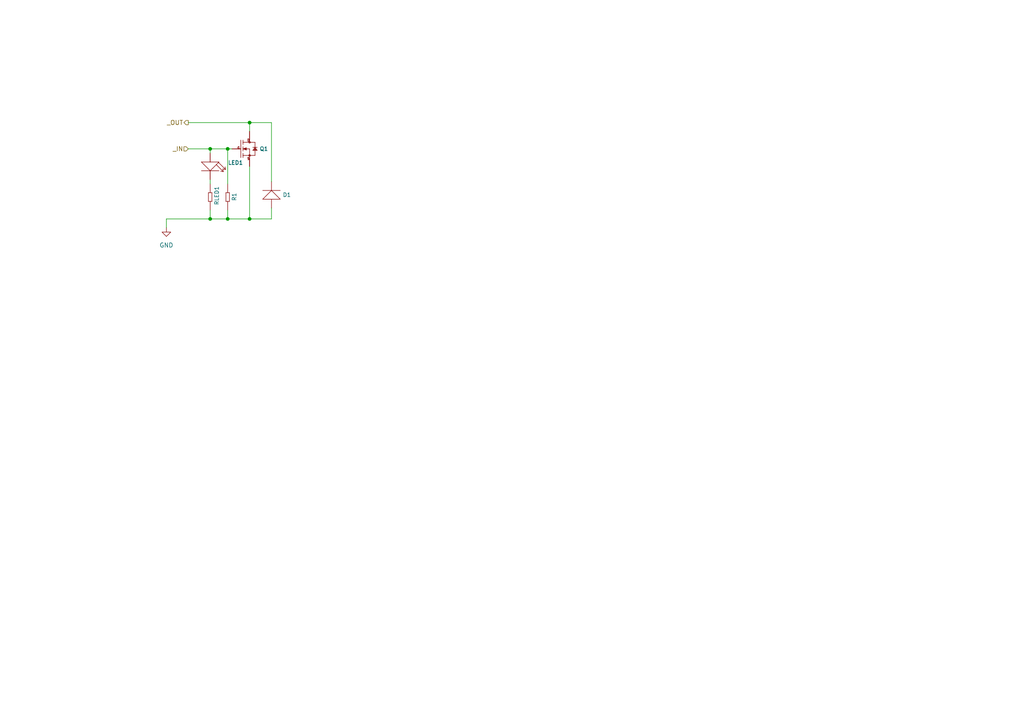
<source format=kicad_sch>
(kicad_sch (version 20231120) (generator "eeschema") (generator_version "8.0")
  (paper "A4")
  (lib_symbols
    (symbol "ULN2803-Mosfet-S2-Mini-rescue:SMD-DIODE-SCHOTTKY-20V-1A_SOD-123_-OPL_Discrete" (pin_numbers hide) (pin_names (offset 1.016) hide)
      (property "Reference" "D" (at -3.81 2.54 0))
      (property "Value" "OPL_Discrete_SMD-DIODE-SCHOTTKY-20V-1A_SOD-123_" (at -3.81 -3.81 0))
      (symbol "SMD-DIODE-SCHOTTKY-20V-1A_SOD-123_-OPL_Discrete_1_0"
        (polyline (pts (xy -1.27 -2.54) (xy -1.27 2.54)))
        (polyline (pts (xy -1.27 -2.54) (xy 1.27 0)))
        (polyline (pts (xy -1.27 2.54) (xy 1.27 0)))
        (polyline (pts (xy 1.27 2.54) (xy 1.27 -2.54)))
      )
      (symbol "SMD-DIODE-SCHOTTKY-20V-1A_SOD-123_-OPL_Discrete_1_1"
        (pin passive line (at -3.81 0 0) (length 2.54) (name "+") (number "1"))
        (pin passive line (at 3.81 0 180) (length 2.54) (name "-") (number "2"))
      )
    )
    (symbol "ULN2803-Mosfet-S2-Mini-rescue:SMD-LED-CLEAR-RED_0805_-OPL_Opto" (pin_numbers hide) (pin_names (offset 1.016) hide)
      (property "Reference" "D" (at -7.62 1.27 0))
      (property "Value" "OPL_Opto_SMD-LED-CLEAR-RED_0805_" (at -5.08 -5.08 0))
      (symbol "SMD-LED-CLEAR-RED_0805_-OPL_Opto_1_0"
        (polyline (pts (xy -1.27 -2.54) (xy -1.27 2.54)))
        (polyline (pts (xy -1.27 2.54) (xy -1.143 2.413)))
        (polyline (pts (xy -1.143 2.413) (xy -0.508 1.778)))
        (polyline (pts (xy -1.143 2.413) (xy 0.889 4.445)))
        (polyline (pts (xy -0.508 1.778) (xy 1.27 0)))
        (polyline (pts (xy -0.508 1.778) (xy 1.524 3.81)))
        (polyline (pts (xy 0.889 4.445) (xy 0.127 4.318)))
        (polyline (pts (xy 0.889 4.445) (xy 0.762 3.683)))
        (polyline (pts (xy 1.27 0) (xy -1.27 -2.54)))
        (polyline (pts (xy 1.27 2.54) (xy 1.27 -2.54)))
        (polyline (pts (xy 1.524 3.81) (xy 0.762 3.683)))
        (polyline (pts (xy 1.524 3.81) (xy 1.397 3.048)))
      )
      (symbol "SMD-LED-CLEAR-RED_0805_-OPL_Opto_1_1"
        (pin passive line (at -3.81 0 0) (length 2.54) (name "+") (number "1"))
        (pin passive line (at 3.81 0 180) (length 2.54) (name "-") (number "2"))
      )
    )
    (symbol "ULN2803-Mosfet-S2-Mini-rescue:SMD-MOSFET-N-CH-20V-2.1A-CJ2302_SOT-23_-OPL_Discrete" (pin_numbers hide) (pin_names (offset 1.016) hide)
      (property "Reference" "Q" (at -3.81 2.54 0))
      (property "Value" "OPL_Discrete_SMD-MOSFET-N-CH-20V-2.1A-CJ2302_SOT-23_" (at 0 2.54 0))
      (symbol "SMD-MOSFET-N-CH-20V-2.1A-CJ2302_SOT-23_-OPL_Discrete_1_0"
        (polyline (pts (xy -2.54 2.54) (xy -2.54 -2.54)))
        (polyline (pts (xy -1.905 -2.54) (xy -1.905 -1.905)))
        (polyline (pts (xy -1.905 -1.905) (xy -1.905 -1.27)))
        (polyline (pts (xy -1.905 -1.905) (xy 0 -1.905)))
        (polyline (pts (xy -1.905 0) (xy -1.905 -0.635)))
        (polyline (pts (xy -1.905 0) (xy -0.9398 -0.3048)))
        (polyline (pts (xy -1.905 0) (xy -0.9398 0.3048)))
        (polyline (pts (xy -1.905 0.635) (xy -1.905 0)))
        (polyline (pts (xy -1.905 1.905) (xy -1.905 1.27)))
        (polyline (pts (xy -1.905 1.905) (xy 0 1.905)))
        (polyline (pts (xy -1.905 2.54) (xy -1.905 1.905)))
        (polyline (pts (xy -1.5748 0) (xy -0.9398 -0.3048)))
        (polyline (pts (xy -0.9398 -0.3048) (xy -1.397 0.127)))
        (polyline (pts (xy -0.9398 -0.3048) (xy -0.9398 0.3048)))
        (polyline (pts (xy -0.9398 0.3048) (xy -1.5748 0)))
        (polyline (pts (xy 0 -1.905) (xy 0 -2.54)))
        (polyline (pts (xy 0 0) (xy -1.5748 0)))
        (polyline (pts (xy 0 0) (xy 0 -1.905)))
        (polyline (pts (xy 0 1.905) (xy 1.5748 1.905)))
        (polyline (pts (xy 0 2.54) (xy 0 1.905)))
        (polyline (pts (xy 0.9398 -0.4318) (xy 1.5748 0.4318)))
        (polyline (pts (xy 1.27 -0.4318) (xy 0.9398 -0.4318)))
        (polyline (pts (xy 1.5748 -1.905) (xy 0 -1.905)))
        (polyline (pts (xy 1.5748 -1.905) (xy 1.5748 0)))
        (polyline (pts (xy 1.5748 0) (xy 1.27 -0.4318)))
        (polyline (pts (xy 1.5748 0) (xy 1.27 -0.3048)))
        (polyline (pts (xy 1.5748 0) (xy 1.5748 0.4318)))
        (polyline (pts (xy 1.5748 0.4318) (xy 0.9398 0.4318)))
        (polyline (pts (xy 1.5748 0.4318) (xy 1.5748 1.905)))
        (polyline (pts (xy 1.5748 0.4318) (xy 2.2098 -0.4318)))
        (polyline (pts (xy 1.905 -0.4318) (xy 1.27 -0.4318)))
        (polyline (pts (xy 1.905 -0.4318) (xy 1.5748 0)))
        (polyline (pts (xy 1.905 -0.3048) (xy 1.5748 0)))
        (polyline (pts (xy 2.2098 -0.4318) (xy 1.905 -0.4318)))
        (polyline (pts (xy 2.2098 0.4318) (xy 1.5748 0.4318)))
        (text "D" (at -0.3302 2.5146 0) (effects (font (size 0.6604 0.6604))))
        (text "G" (at -3.175 0.3048 0) (effects (font (size 0.6604 0.6604))))
        (text "S" (at -0.3302 -2.8448 0) (effects (font (size 0.6604 0.6604))))
      )
      (symbol "SMD-MOSFET-N-CH-20V-2.1A-CJ2302_SOT-23_-OPL_Discrete_1_1"
        (circle (center 0 -1.905) (radius 0.254))
        (circle (center 0 1.905) (radius 0.254))
        (pin passive line (at -5.08 0 0) (length 2.54) (name "G") (number "1"))
        (pin passive line (at 0 -5.08 90) (length 2.54) (name "S") (number "2"))
        (pin passive line (at 0 5.08 270) (length 2.54) (name "D") (number "3"))
      )
    )
    (symbol "ULN2803-Mosfet-S2-Mini-rescue:SMD-RES-220R-5%-1_8W_0805_-OPL_Resistor" (pin_numbers hide) (pin_names (offset 1.016) hide)
      (property "Reference" "R" (at -3.81 1.27 0))
      (property "Value" "OPL_Resistor_SMD-RES-220R-5%-1_8W_0805_" (at -3.81 -2.54 0))
      (symbol "SMD-RES-220R-5%-1_8W_0805_-OPL_Resistor_1_0"
        (polyline (pts (xy -1.27 -0.508) (xy -1.27 0.508)))
        (polyline (pts (xy -1.27 0.508) (xy 1.27 0.508)))
        (polyline (pts (xy 1.27 -0.508) (xy -1.27 -0.508)))
        (polyline (pts (xy 1.27 0.508) (xy 1.27 -0.508)))
      )
      (symbol "SMD-RES-220R-5%-1_8W_0805_-OPL_Resistor_1_1"
        (pin passive line (at -3.81 0 0) (length 2.54) (name "1") (number "1"))
        (pin passive line (at 3.81 0 180) (length 2.54) (name "2") (number "2"))
      )
    )
    (symbol "ULN2803-Mosfet-S2-Mini-rescue:SMD-RES-4.7K-5%-1_8W_0805_-OPL_Resistor" (pin_numbers hide) (pin_names (offset 1.016) hide)
      (property "Reference" "R" (at -3.81 1.27 0))
      (property "Value" "OPL_Resistor_SMD-RES-4.7K-5%-1_8W_0805_" (at -3.81 -2.54 0))
      (symbol "SMD-RES-4.7K-5%-1_8W_0805_-OPL_Resistor_1_0"
        (polyline (pts (xy -1.27 -0.508) (xy -1.27 0.508)))
        (polyline (pts (xy -1.27 0.508) (xy 1.27 0.508)))
        (polyline (pts (xy 1.27 -0.508) (xy -1.27 -0.508)))
        (polyline (pts (xy 1.27 0.508) (xy 1.27 -0.508)))
      )
      (symbol "SMD-RES-4.7K-5%-1_8W_0805_-OPL_Resistor_1_1"
        (pin passive line (at -3.81 0 0) (length 2.54) (name "1") (number "1"))
        (pin passive line (at 3.81 0 180) (length 2.54) (name "2") (number "2"))
      )
    )
    (symbol "power:GND" (power) (pin_names (offset 0))
      (property "Value" "GND" (at 0 -3.81 0))
      (symbol "GND_0_1"
        (polyline (pts (xy 0 0) (xy 0 -1.27) (xy 1.27 -1.27) (xy 0 -2.54) (xy -1.27 -1.27) (xy 0 -1.27)))
      )
      (symbol "GND_1_1"
        (pin power_in line (at 0 0 270) (length 0) hide (name "GND") (number "1"))
      )
    )
  )
  (junction (at 72.39 63.5))
  (junction (at 60.96 63.5))
  (junction (at 60.96 43.18))
  (junction (at 66.04 63.5))
  (junction (at 66.04 43.18))
  (junction (at 72.39 35.56))
  (wire (pts (xy 60.96 43.18) (xy 66.04 43.18)))
  (wire (pts (xy 78.74 60.325) (xy 78.74 63.5)))
  (wire (pts (xy 66.04 60.96) (xy 66.04 63.5)))
  (wire (pts (xy 66.04 53.34) (xy 66.04 43.18)))
  (wire (pts (xy 54.61 43.18) (xy 60.96 43.18)))
  (wire (pts (xy 60.96 60.96) (xy 60.96 63.5)))
  (wire (pts (xy 72.39 35.56) (xy 72.39 38.1)))
  (wire (pts (xy 48.26 63.5) (xy 60.96 63.5)))
  (wire (pts (xy 60.96 44.45) (xy 60.96 43.18)))
  (wire (pts (xy 78.74 35.56) (xy 72.39 35.56)))
  (wire (pts (xy 66.04 63.5) (xy 72.39 63.5)))
  (wire (pts (xy 60.96 53.34) (xy 60.96 52.07)))
  (wire (pts (xy 54.61 35.56) (xy 72.39 35.56)))
  (wire (pts (xy 48.26 63.5) (xy 48.26 66.04)))
  (wire (pts (xy 78.74 63.5) (xy 72.39 63.5)))
  (wire (pts (xy 72.39 48.26) (xy 72.39 63.5)))
  (wire (pts (xy 66.04 43.18) (xy 67.31 43.18)))
  (wire (pts (xy 60.96 63.5) (xy 66.04 63.5)))
  (wire (pts (xy 78.74 52.705) (xy 78.74 35.56)))
  (hierarchical_label "_OUT" (shape output) (at 54.61 35.56 180))
  (hierarchical_label "_IN" (shape input) (at 54.61 43.18 180))
  (symbol (lib_id "power:GND") (at 48.26 66.04 0) (unit 1)
    (property "Reference" "#PWR03" (effects (hide yes)))
    (property "Value" "GND" (at 48.26 71.12 0))
    (property "Description" "Power symbol creates a global label with name \"GND\" , ground" (effects (hide yes)))
    (instances (project "ATtiny3" (path "" (reference "#PWR04") (unit 1)) (path "" (reference "#PWR03") (unit 1)) (path "" (reference "#PWR010") (unit 1)) (path "" (reference "#PWR09") (unit 1)) (path "" (reference "#PWR07") (unit 1)) (path "" (reference "#PWR08") (unit 1)) (path "" (reference "#PWR05") (unit 1)) (path "" (reference "#PWR06") (unit 1))))
  )
  (symbol (lib_id "ULN2803-Mosfet-S2-Mini-rescue:SMD-RES-4.7K-5%-1_8W_0805_-OPL_Resistor") (at 66.04 57.15 270) (unit 1)
    (property "Reference" "R2" (at 67.945 55.88 0) (effects (font (size 1.143 1.143)) (justify left)))
    (property "Value" "SMD-RES-4.7K-5%-1_8W_0805_" (effects (hide yes)))
    (property "Footprint" "Resistor_SMD:R_0815_2038Metric" (effects (hide yes)))
    (property "MPN" "RC0805JR-074K7L" (effects (hide yes)))
    (property "SKU" "301010306" (effects (hide yes)))
    (property "LCSC" "C473295" (effects (hide yes)))
    (instances (project "ATtiny3" (path "" (reference "R1") (unit 1)) (path "" (reference "R2") (unit 1)) (path "" (reference "R8") (unit 1)) (path "" (reference "R7") (unit 1)) (path "" (reference "R5") (unit 1)) (path "" (reference "R6") (unit 1)) (path "" (reference "R3") (unit 1)) (path "" (reference "R4") (unit 1))))
  )
  (symbol (lib_id "ULN2803-Mosfet-S2-Mini-rescue:SMD-LED-CLEAR-RED_0805_-OPL_Opto") (at 60.96 48.26 270) (unit 1)
    (property "Reference" "LED2" (at 66.1162 47.1932 90) (effects (font (size 1.143 1.143)) (justify left)))
    (property "Value" "SMD-LED-CLEAR-RED_0805_" (effects (hide yes)))
    (property "Footprint" "Library:LED-0805" (effects (hide yes)))
    (property "MPN" "17-215SURC_S530-A2_TR8" (effects (hide yes)))
    (property "SKU" "304090046" (effects (hide yes)))
    (property "LCSC" "C2764885" (effects (hide yes)))
    (instances (project "ATtiny3" (path "" (reference "LED1") (unit 1)) (path "" (reference "LED2") (unit 1)) (path "" (reference "LED8") (unit 1)) (path "" (reference "LED7") (unit 1)) (path "" (reference "LED5") (unit 1)) (path "" (reference "LED6") (unit 1)) (path "" (reference "LED3") (unit 1)) (path "" (reference "LED4") (unit 1))))
  )
  (symbol (lib_id "ULN2803-Mosfet-S2-Mini-rescue:SMD-DIODE-SCHOTTKY-20V-1A_SOD-123_-OPL_Discrete") (at 78.74 56.515 90) (unit 1)
    (property "Reference" "D2" (at 81.9912 56.515 90) (effects (font (size 1.143 1.143)) (justify right)))
    (property "Value" "SMD-DIODE-SCHOTTKY-20V-1A_SOD-123_" (effects (hide yes)))
    (property "Footprint" "Diode_SMD:D_0805_2012Metric" (effects (hide yes)))
    (property "MPN" "B5819W" (effects (hide yes)))
    (property "SKU" "304020034" (effects (hide yes)))
    (property "LCSC" "C84354" (effects (hide yes)))
    (instances (project "ATtiny3" (path "" (reference "D1") (unit 1)) (path "" (reference "D2") (unit 1)) (path "" (reference "D8") (unit 1)) (path "" (reference "D7") (unit 1)) (path "" (reference "D5") (unit 1)) (path "" (reference "D6") (unit 1)) (path "" (reference "D3") (unit 1)) (path "" (reference "D4") (unit 1))))
  )
  (symbol (lib_id "ULN2803-Mosfet-S2-Mini-rescue:SMD-RES-220R-5%-1_8W_0805_-OPL_Resistor") (at 60.96 57.15 270) (unit 1)
    (property "Reference" "RLED2" (at 62.865 53.975 0) (effects (font (size 1.143 1.143)) (justify left)))
    (property "Value" "SMD-RES-220R-5%-1_8W_0805_" (effects (hide yes)))
    (property "Footprint" "Resistor_SMD:R_0805_2012Metric" (effects (hide yes)))
    (property "MPN" "RC0805JR-07220RL" (effects (hide yes)))
    (property "SKU" "301010315" (effects (hide yes)))
    (property "LCSC" "C365277" (effects (hide yes)))
    (instances (project "ATtiny3" (path "" (reference "RLED1") (unit 1)) (path "" (reference "RLED2") (unit 1)) (path "" (reference "RLED8") (unit 1)) (path "" (reference "RLED7") (unit 1)) (path "" (reference "RLED5") (unit 1)) (path "" (reference "RLED6") (unit 1)) (path "" (reference "RLED3") (unit 1)) (path "" (reference "RLED4") (unit 1))))
  )
  (symbol (lib_id "ULN2803-Mosfet-S2-Mini-rescue:SMD-MOSFET-N-CH-20V-2.1A-CJ2302_SOT-23_-OPL_Discrete") (at 72.39 43.18 0) (unit 1)
    (property "Reference" "Q2" (at 75.2856 43.18 0) (effects (font (size 1.143 1.143)) (justify left)))
    (property "Value" "SMD-MOSFET-N-CH-20V-2.1A-CJ2302_SOT-23_" (effects (hide yes)))
    (property "Footprint" "Library:SOT95P240X115-3N" (effects (hide yes)))
    (property "MPN" "CJ2302" (effects (hide yes)))
    (property "SKU" "305030015" (effects (hide yes)))
    (property "LCSC" "C91104" (effects (hide yes)))
    (instances (project "ATtiny3" (path "" (reference "Q1") (unit 1)) (path "" (reference "Q2") (unit 1)) (path "" (reference "Q8") (unit 1)) (path "" (reference "Q7") (unit 1)) (path "" (reference "Q5") (unit 1)) (path "" (reference "Q6") (unit 1)) (path "" (reference "Q3") (unit 1)) (path "" (reference "Q4") (unit 1))))
  )
)
</source>
